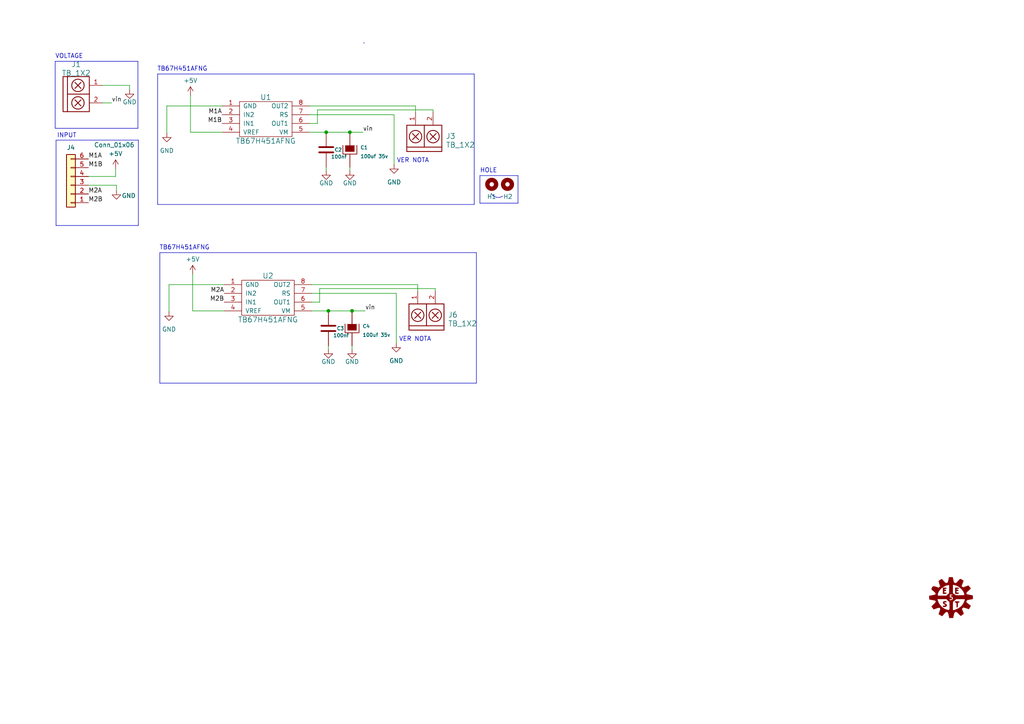
<source format=kicad_sch>
(kicad_sch (version 20230121) (generator eeschema)

  (uuid 517a015c-3ab6-4857-bbce-7116ff4e7b43)

  (paper "A4")

  (title_block
    (company "BIG CARPINCHO CORPORATION")
  )

  (lib_symbols
    (symbol "EEST5:C" (pin_numbers hide) (pin_names (offset 0.254)) (in_bom yes) (on_board yes)
      (property "Reference" "C" (at 0 2.54 0)
        (effects (font (size 1.016 1.016)) (justify left))
      )
      (property "Value" "C" (at 0.1524 -2.159 0)
        (effects (font (size 1.016 1.016)) (justify left))
      )
      (property "Footprint" "" (at 0.9652 -3.81 0)
        (effects (font (size 0.762 0.762)))
      )
      (property "Datasheet" "" (at 0 0 0)
        (effects (font (size 1.524 1.524)))
      )
      (property "ki_fp_filters" "C*" (at 0 0 0)
        (effects (font (size 1.27 1.27)) hide)
      )
      (symbol "C_0_1"
        (polyline
          (pts
            (xy -2.032 -0.762)
            (xy 2.032 -0.762)
          )
          (stroke (width 0.508) (type solid))
          (fill (type none))
        )
        (polyline
          (pts
            (xy -2.032 0.762)
            (xy 2.032 0.762)
          )
          (stroke (width 0.508) (type solid))
          (fill (type none))
        )
      )
      (symbol "C_1_1"
        (pin passive line (at 0 5.08 270) (length 4.318)
          (name "~" (effects (font (size 1.016 1.016))))
          (number "1" (effects (font (size 1.016 1.016))))
        )
        (pin passive line (at 0 -5.08 90) (length 4.318)
          (name "~" (effects (font (size 1.016 1.016))))
          (number "2" (effects (font (size 1.016 1.016))))
        )
      )
    )
    (symbol "EEST5:CAPAPOL" (pin_numbers hide) (pin_names (offset 0.254) hide) (in_bom yes) (on_board yes)
      (property "Reference" "C" (at 1.27 2.54 0)
        (effects (font (size 1.016 1.016)) (justify left))
      )
      (property "Value" "CAPAPOL" (at 1.27 -2.54 0)
        (effects (font (size 1.016 1.016)) (justify left))
      )
      (property "Footprint" "" (at 2.54 -3.81 0)
        (effects (font (size 0.762 0.762)))
      )
      (property "Datasheet" "" (at 0 0 0)
        (effects (font (size 7.62 7.62)))
      )
      (property "ki_fp_filters" "CP* CAP* CPOL*" (at 0 0 0)
        (effects (font (size 1.27 1.27)) hide)
      )
      (symbol "CAPAPOL_0_1"
        (polyline
          (pts
            (xy -2.032 1.27)
            (xy -2.032 -1.27)
            (xy 2.032 -1.27)
            (xy 2.032 1.27)
          )
          (stroke (width 0.2032) (type solid))
          (fill (type none))
        )
        (polyline
          (pts
            (xy -1.27 1.27)
            (xy -1.27 -0.508)
            (xy 1.27 -0.508)
            (xy 1.27 1.27)
          )
          (stroke (width 0) (type solid))
          (fill (type outline))
        )
      )
      (symbol "CAPAPOL_1_1"
        (pin passive line (at 0 5.08 270) (length 3.81)
          (name "~" (effects (font (size 1.016 1.016))))
          (number "1" (effects (font (size 1.016 1.016))))
        )
        (pin passive line (at 0 -5.08 90) (length 3.81)
          (name "~" (effects (font (size 1.016 1.016))))
          (number "2" (effects (font (size 1.016 1.016))))
        )
      )
    )
    (symbol "EEST5:Conn_01x06" (pin_names (offset 1.016) hide) (in_bom yes) (on_board yes)
      (property "Reference" "J" (at 0 7.62 0)
        (effects (font (size 1.27 1.27)))
      )
      (property "Value" "Conn_01x06" (at 0 -10.16 0)
        (effects (font (size 1.27 1.27)))
      )
      (property "Footprint" "" (at 0 0 0)
        (effects (font (size 1.27 1.27)) hide)
      )
      (property "Datasheet" "~" (at 0 0 0)
        (effects (font (size 1.27 1.27)) hide)
      )
      (property "ki_keywords" "connector" (at 0 0 0)
        (effects (font (size 1.27 1.27)) hide)
      )
      (property "ki_description" "Generic connector, single row, 01x06" (at 0 0 0)
        (effects (font (size 1.27 1.27)) hide)
      )
      (property "ki_fp_filters" "pin* header*" (at 0 0 0)
        (effects (font (size 1.27 1.27)) hide)
      )
      (symbol "Conn_01x06_1_1"
        (rectangle (start -1.27 -7.493) (end 0 -7.747)
          (stroke (width 0.1524) (type solid))
          (fill (type none))
        )
        (rectangle (start -1.27 -4.953) (end 0 -5.207)
          (stroke (width 0.1524) (type solid))
          (fill (type none))
        )
        (rectangle (start -1.27 -2.413) (end 0 -2.667)
          (stroke (width 0.1524) (type solid))
          (fill (type none))
        )
        (rectangle (start -1.27 0.127) (end 0 -0.127)
          (stroke (width 0.1524) (type solid))
          (fill (type none))
        )
        (rectangle (start -1.27 2.667) (end 0 2.413)
          (stroke (width 0.1524) (type solid))
          (fill (type none))
        )
        (rectangle (start -1.27 5.207) (end 0 4.953)
          (stroke (width 0.1524) (type solid))
          (fill (type none))
        )
        (rectangle (start -1.27 6.35) (end 1.27 -8.89)
          (stroke (width 0.254) (type solid))
          (fill (type background))
        )
        (pin passive line (at -5.08 5.08 0) (length 3.81)
          (name "Pin_1" (effects (font (size 1.27 1.27))))
          (number "1" (effects (font (size 1.27 1.27))))
        )
        (pin passive line (at -5.08 2.54 0) (length 3.81)
          (name "Pin_2" (effects (font (size 1.27 1.27))))
          (number "2" (effects (font (size 1.27 1.27))))
        )
        (pin passive line (at -5.08 0 0) (length 3.81)
          (name "Pin_3" (effects (font (size 1.27 1.27))))
          (number "3" (effects (font (size 1.27 1.27))))
        )
        (pin passive line (at -5.08 -2.54 0) (length 3.81)
          (name "Pin_4" (effects (font (size 1.27 1.27))))
          (number "4" (effects (font (size 1.27 1.27))))
        )
        (pin passive line (at -5.08 -5.08 0) (length 3.81)
          (name "Pin_5" (effects (font (size 1.27 1.27))))
          (number "5" (effects (font (size 1.27 1.27))))
        )
        (pin passive line (at -5.08 -7.62 0) (length 3.81)
          (name "Pin_6" (effects (font (size 1.27 1.27))))
          (number "6" (effects (font (size 1.27 1.27))))
        )
      )
    )
    (symbol "EEST5:LOGO_ROTULO" (pin_names (offset 1.016)) (in_bom yes) (on_board yes)
      (property "Reference" "#G" (at 0 -5.6388 0)
        (effects (font (size 1.524 1.524)) hide)
      )
      (property "Value" "LOGO_ROTULO" (at 0 5.6388 0)
        (effects (font (size 1.524 1.524)) hide)
      )
      (property "Footprint" "" (at 0 0 0)
        (effects (font (size 1.524 1.524)) hide)
      )
      (property "Datasheet" "" (at 0 0 0)
        (effects (font (size 1.524 1.524)) hide)
      )
      (symbol "LOGO_ROTULO_0_0"
        (polyline
          (pts
            (xy 1.8034 -2.921)
            (xy 1.8796 -2.8194)
            (xy 1.905 -2.6162)
            (xy 1.9304 -2.2352)
            (xy 1.9304 -1.7272)
            (xy 1.9558 -1.5748)
            (xy 2.032 -1.524)
            (xy 2.1844 -1.524)
            (xy 2.3368 -1.4732)
            (xy 2.4384 -1.3716)
            (xy 2.413 -1.3208)
            (xy 2.3368 -1.2446)
            (xy 2.1336 -1.2192)
            (xy 1.2954 -1.2192)
            (xy 1.143 -1.27)
            (xy 1.1176 -1.3716)
            (xy 1.143 -1.4478)
            (xy 1.3716 -1.524)
            (xy 1.4224 -1.524)
            (xy 1.524 -1.5494)
            (xy 1.5748 -1.6256)
            (xy 1.6002 -1.8542)
            (xy 1.6256 -2.2352)
            (xy 1.6256 -2.7432)
            (xy 1.6764 -2.8956)
            (xy 1.778 -2.9464)
            (xy 1.8034 -2.921)
          )
          (stroke (width 0.0254) (type solid))
          (fill (type outline))
        )
        (polyline
          (pts
            (xy -1.5748 1.0414)
            (xy -1.397 1.0922)
            (xy -1.3208 1.1684)
            (xy -1.3462 1.1938)
            (xy -1.4224 1.2954)
            (xy -1.6764 1.3208)
            (xy -1.905 1.3462)
            (xy -2.0066 1.4224)
            (xy -2.032 1.5748)
            (xy -2.032 1.7018)
            (xy -1.9558 1.8034)
            (xy -1.7272 1.8288)
            (xy -1.524 1.8796)
            (xy -1.4224 1.9812)
            (xy -1.4986 2.1082)
            (xy -1.7272 2.1336)
            (xy -1.9558 2.1844)
            (xy -2.032 2.286)
            (xy -2.032 2.3114)
            (xy -1.9558 2.413)
            (xy -1.6764 2.4384)
            (xy -1.651 2.4638)
            (xy -1.4224 2.4892)
            (xy -1.3208 2.5908)
            (xy -1.3716 2.6924)
            (xy -1.524 2.7432)
            (xy -2.3368 2.7432)
            (xy -2.3368 1.016)
            (xy -1.8288 1.016)
            (xy -1.5748 1.0414)
          )
          (stroke (width 0.0254) (type solid))
          (fill (type outline))
        )
        (polyline
          (pts
            (xy 1.9812 1.0414)
            (xy 2.159 1.0922)
            (xy 2.2352 1.1684)
            (xy 2.2098 1.1938)
            (xy 2.1336 1.2954)
            (xy 1.8796 1.3208)
            (xy 1.651 1.3462)
            (xy 1.5494 1.4224)
            (xy 1.524 1.5748)
            (xy 1.524 1.7018)
            (xy 1.6002 1.8034)
            (xy 1.8288 1.8288)
            (xy 2.032 1.8796)
            (xy 2.1336 1.9812)
            (xy 2.0574 2.1082)
            (xy 1.8288 2.1336)
            (xy 1.6002 2.1844)
            (xy 1.524 2.286)
            (xy 1.524 2.3114)
            (xy 1.6002 2.413)
            (xy 1.8796 2.4384)
            (xy 1.905 2.4638)
            (xy 2.1336 2.4892)
            (xy 2.2352 2.5908)
            (xy 2.1844 2.6924)
            (xy 2.032 2.7432)
            (xy 1.2192 2.7432)
            (xy 1.2192 1.016)
            (xy 1.7272 1.016)
            (xy 1.9812 1.0414)
          )
          (stroke (width 0.0254) (type solid))
          (fill (type outline))
        )
        (polyline
          (pts
            (xy -1.6256 -2.7686)
            (xy -1.4224 -2.667)
            (xy -1.27 -2.4892)
            (xy -1.2446 -2.2606)
            (xy -1.397 -2.0066)
            (xy -1.778 -1.778)
            (xy -1.905 -1.6764)
            (xy -2.032 -1.524)
            (xy -2.032 -1.4478)
            (xy -1.9304 -1.4224)
            (xy -1.4732 -1.4732)
            (xy -1.3716 -1.4478)
            (xy -1.3462 -1.3208)
            (xy -1.4732 -1.1684)
            (xy -1.7272 -1.1176)
            (xy -1.9812 -1.143)
            (xy -2.1844 -1.27)
            (xy -2.2606 -1.3208)
            (xy -2.3368 -1.5748)
            (xy -2.2352 -1.8288)
            (xy -1.9304 -2.032)
            (xy -1.6764 -2.2098)
            (xy -1.6002 -2.3368)
            (xy -1.6764 -2.4384)
            (xy -1.9558 -2.4638)
            (xy -1.9812 -2.4638)
            (xy -2.2606 -2.4892)
            (xy -2.3622 -2.6162)
            (xy -2.286 -2.7686)
            (xy -2.159 -2.8194)
            (xy -1.905 -2.8194)
            (xy -1.6256 -2.7686)
          )
          (stroke (width 0.0254) (type solid))
          (fill (type outline))
        )
        (polyline
          (pts
            (xy 0.762 -5.1816)
            (xy 0.8128 -4.953)
            (xy 0.9144 -4.6228)
            (xy 0.9906 -4.445)
            (xy 1.0922 -4.318)
            (xy 1.2446 -4.2418)
            (xy 1.3716 -4.2164)
            (xy 1.524 -4.2164)
            (xy 1.6764 -4.2926)
            (xy 1.8796 -4.4704)
            (xy 2.794 -5.3848)
            (xy 3.2258 -5.1054)
            (xy 3.3782 -5.0038)
            (xy 3.556 -4.8514)
            (xy 3.6576 -4.7498)
            (xy 3.6068 -4.6482)
            (xy 3.5306 -4.4196)
            (xy 3.4036 -4.0894)
            (xy 3.302 -3.8862)
            (xy 3.175 -3.5814)
            (xy 3.1496 -3.3782)
            (xy 3.2004 -3.2258)
            (xy 3.429 -2.9972)
            (xy 3.556 -2.9464)
            (xy 3.7084 -2.9718)
            (xy 3.9624 -3.0226)
            (xy 4.3688 -3.1496)
            (xy 5.1562 -3.429)
            (xy 5.4102 -2.9718)
            (xy 5.5118 -2.8194)
            (xy 5.6388 -2.5908)
            (xy 5.6896 -2.4892)
            (xy 5.6642 -2.4892)
            (xy 5.5626 -2.3622)
            (xy 5.3086 -2.1844)
            (xy 5.0038 -1.9558)
            (xy 4.6736 -1.6764)
            (xy 4.445 -1.4732)
            (xy 4.3942 -1.3208)
            (xy 4.4196 -1.27)
            (xy 4.4704 -1.0922)
            (xy 4.572 -0.9144)
            (xy 4.7752 -0.762)
            (xy 5.0292 -0.7112)
            (xy 5.1308 -0.6858)
            (xy 5.4356 -0.6604)
            (xy 5.7658 -0.5842)
            (xy 6.2992 -0.4826)
            (xy 6.2992 0.0254)
            (xy 6.2738 0.0508)
            (xy 6.2738 0.3048)
            (xy 6.223 0.4572)
            (xy 6.096 0.5588)
            (xy 5.842 0.6096)
            (xy 5.4356 0.6604)
            (xy 5.1054 0.7112)
            (xy 4.7752 0.7874)
            (xy 4.572 0.8382)
            (xy 4.4704 0.9398)
            (xy 4.4196 1.0922)
            (xy 4.4196 1.2446)
            (xy 4.5212 1.397)
            (xy 4.699 1.6256)
            (xy 5.0292 1.905)
            (xy 5.1562 2.0066)
            (xy 5.6134 2.4638)
            (xy 5.6642 2.54)
            (xy 5.6642 2.5908)
            (xy 5.5372 2.7686)
            (xy 5.334 2.9972)
            (xy 5.0292 3.3782)
            (xy 3.4544 2.8194)
            (xy 3.2258 3.0226)
            (xy 2.9972 3.2512)
            (xy 3.302 3.9878)
            (xy 3.3274 4.0894)
            (xy 3.4544 4.4196)
            (xy 3.556 4.6736)
            (xy 3.5814 4.7752)
            (xy 3.5052 4.8514)
            (xy 3.302 4.9784)
            (xy 3.048 5.1308)
            (xy 2.8448 5.2324)
            (xy 2.7178 5.2832)
            (xy 2.6924 5.2832)
            (xy 2.5908 5.2324)
            (xy 2.4384 5.1054)
            (xy 2.2098 4.8768)
            (xy 1.8796 4.4958)
            (xy 1.524 4.1402)
            (xy 1.3716 4.0894)
            (xy 1.143 4.1148)
            (xy 0.889 4.2164)
            (xy 0.7874 4.3434)
            (xy 0.7366 4.5974)
            (xy 0.635 5.0038)
            (xy 0.4572 5.7912)
            (xy -0.5842 5.7912)
            (xy -0.7112 5.1054)
            (xy -0.8128 4.699)
            (xy -0.889 4.4196)
            (xy -0.9652 4.2418)
            (xy -1.0922 4.1656)
            (xy -1.2954 4.1148)
            (xy -1.524 4.1148)
            (xy -1.6764 4.191)
            (xy -1.8796 4.3688)
            (xy -2.1336 4.6736)
            (xy -2.6924 5.2832)
            (xy -3.0988 5.0546)
            (xy -3.2258 4.953)
            (xy -3.4544 4.8006)
            (xy -3.556 4.6736)
            (xy -3.5306 4.5212)
            (xy -3.4544 4.2164)
            (xy -3.3528 3.8608)
            (xy -3.1242 3.175)
            (xy -3.3528 2.9464)
            (xy -3.556 2.7178)
            (xy -4.0386 2.8956)
            (xy -4.572 3.0734)
            (xy -4.9022 3.1496)
            (xy -5.0546 3.1496)
            (xy -5.2324 3.1242)
            (xy -5.3594 3.0226)
            (xy -5.5118 2.7432)
            (xy -5.5626 2.6162)
            (xy -5.6388 2.3876)
            (xy -5.6388 2.2606)
            (xy -5.5118 2.1336)
            (xy -5.2832 1.9558)
            (xy -4.9784 1.7018)
            (xy -4.7752 1.524)
            (xy -4.5466 1.3208)
            (xy -4.4704 1.143)
            (xy -4.445 0.9906)
            (xy -4.4704 0.889)
            (xy -4.5212 0.8128)
            (xy -4.6228 0.7366)
            (xy -4.826 0.6858)
            (xy -5.1562 0.6096)
            (xy -5.6388 0.508)
            (xy -6.1722 0.4064)
            (xy -3.8608 0.4064)
            (xy -3.8608 0.7874)
            (xy -3.8354 1.1176)
            (xy -3.6068 1.6256)
            (xy -3.2512 2.159)
            (xy -2.7686 2.6416)
            (xy -2.6416 2.7432)
            (xy -2.159 3.048)
            (xy -1.651 3.3274)
            (xy -1.1684 3.5052)
            (xy -0.762 3.556)
            (xy -0.508 3.556)
            (xy -0.508 1.1938)
            (xy -0.5588 1.143)
            (xy 0.508 1.143)
            (xy 0.508 3.429)
            (xy 0.5588 3.5814)
            (xy 0.6096 3.6322)
            (xy 0.6858 3.6322)
            (xy 0.9144 3.5814)
            (xy 1.1938 3.5052)
            (xy 1.3462 3.4798)
            (xy 1.9304 3.2512)
            (xy 2.4892 2.8702)
            (xy 2.9972 2.413)
            (xy 3.429 1.905)
            (xy 3.7338 1.3716)
            (xy 3.8608 0.8636)
            (xy 3.9116 0.5588)
            (xy 2.5654 0.5334)
            (xy 2.0066 0.5334)
            (xy 1.5748 0.5588)
            (xy 1.2954 0.5842)
            (xy 1.2192 0.6096)
            (xy 1.0668 0.762)
            (xy 0.8636 0.9144)
            (xy 0.508 1.143)
            (xy -0.5588 1.143)
            (xy -0.9398 0.8128)
            (xy -1.3716 0.4064)
            (xy -3.8608 0.4064)
            (xy -6.1722 0.4064)
            (xy -6.3246 0.381)
            (xy -6.2992 -0.127)
            (xy -6.2738 -0.508)
            (xy -3.9878 -0.508)
            (xy -1.3208 -0.508)
            (xy -1.1938 -0.6604)
            (xy -0.508 -0.6604)
            (xy -0.4318 -0.5588)
            (xy -0.127 -0.5334)
            (xy 0.0762 -0.5334)
            (xy 0.2032 -0.4826)
            (xy 0.254 -0.3556)
            (xy 0.2286 -0.2794)
            (xy 0.1524 -0.1524)
            (xy -0.0762 -0.1016)
            (xy -0.2032 -0.1016)
            (xy -0.3556 -0.0508)
            (xy -0.4064 0.1016)
            (xy -0.4064 0.8128)
            (xy 0.2286 0.8128)
            (xy 0.4318 0.762)
            (xy 0.508 0.6604)
            (xy 0.4318 0.5588)
            (xy 0.2032 0.508)
            (xy 0 0.4826)
            (xy -0.1016 0.4064)
            (xy -0.0254 0.2794)
            (xy 0.2286 0.1524)
            (xy 0.3556 0.127)
            (xy 0.508 -0.0254)
            (xy 0.5842 -0.254)
            (xy 0.5842 -0.2794)
            (xy 0.5588 -0.5588)
            (xy 0.381 -0.7366)
            (xy 0.3302 -0.762)
            (xy 0.0508 -0.8636)
            (xy -0.2286 -0.889)
            (xy -0.4318 -0.8128)
            (xy -0.508 -0.6604)
            (xy -1.1938 -0.6604)
            (xy -1.016 -0.8636)
            (xy -0.9144 -0.9652)
            (xy -0.7112 -1.143)
            (xy -0.5588 -1.2192)
            (xy -0.508 -1.2192)
            (xy -0.4572 -1.3462)
            (xy -0.4318 -1.5494)
            (xy -0.4318 -1.9304)
            (xy -0.4318 -2.032)
            (xy 0.508 -2.032)
            (xy 0.5334 -1.5748)
            (xy 0.5588 -1.2954)
            (xy 0.5842 -1.2192)
            (xy 0.6604 -1.1938)
            (xy 0.8382 -1.0414)
            (xy 1.0922 -0.8636)
            (xy 1.4732 -0.508)
            (xy 4.064 -0.508)
            (xy 3.9878 -0.8382)
            (xy 3.9878 -0.889)
            (xy 3.81 -1.3462)
            (xy 3.556 -1.8542)
            (xy 3.2258 -2.3368)
            (xy 2.921 -2.667)
            (xy 2.6924 -2.8448)
            (xy 2.3114 -3.1242)
            (xy 1.9304 -3.3274)
            (xy 1.6256 -3.4798)
            (xy 1.2192 -3.6322)
            (xy 0.9144 -3.7338)
            (xy 0.508 -3.8354)
            (xy 0.508 -2.032)
            (xy -0.4318 -2.032)
            (xy -0.4064 -2.4892)
            (xy -0.4064 -2.8448)
            (xy -0.4318 -3.302)
            (xy -0.4572 -3.5814)
            (xy -0.5588 -3.7084)
            (xy -0.7366 -3.7592)
            (xy -0.9906 -3.683)
            (xy -1.3716 -3.5814)
            (xy -1.9304 -3.3528)
            (xy -2.6162 -2.8956)
            (xy -3.175 -2.286)
            (xy -3.6322 -1.5748)
            (xy -3.9116 -0.7874)
            (xy -3.9878 -0.508)
            (xy -6.2738 -0.508)
            (xy -6.2484 -0.635)
            (xy -5.3848 -0.7874)
            (xy -5.0546 -0.8382)
            (xy -4.7498 -0.9144)
            (xy -4.572 -0.9652)
            (xy -4.4704 -1.0668)
            (xy -4.4196 -1.1938)
            (xy -4.4196 -1.3716)
            (xy -4.4958 -1.524)
            (xy -4.6736 -1.7272)
            (xy -4.9784 -2.032)
            (xy -5.08 -2.1082)
            (xy -5.5372 -2.5654)
            (xy -5.6134 -2.6924)
            (xy -5.588 -2.7178)
            (xy -5.4864 -2.8956)
            (xy -5.3086 -3.1242)
            (xy -5.0292 -3.4798)
            (xy -4.2164 -3.2004)
            (xy -3.8608 -3.0734)
            (xy -3.6068 -2.9972)
            (xy -3.429 -2.9972)
            (xy -3.3274 -3.0226)
            (xy -3.2258 -3.1242)
            (xy -3.1496 -3.2258)
            (xy -3.0988 -3.3274)
            (xy -3.0988 -3.4798)
            (xy -3.175 -3.7084)
            (xy -3.302 -4.1148)
            (xy -3.3528 -4.2418)
            (xy -3.4544 -4.572)
            (xy -3.5306 -4.826)
            (xy -3.5306 -4.9276)
            (xy -3.5052 -4.953)
            (xy -3.302 -5.0546)
            (xy -3.048 -5.207)
            (xy -2.5654 -5.461)
            (xy -2.0574 -4.826)
            (xy -1.7526 -4.4958)
            (xy -1.524 -4.318)
            (xy -1.3462 -4.2418)
            (xy -1.1684 -4.2418)
            (xy -1.016 -4.2926)
            (xy -0.9144 -4.3942)
            (xy -0.8128 -4.5974)
            (xy -0.7112 -4.9276)
            (xy -0.6096 -5.4102)
            (xy -0.508 -5.9944)
            (xy 0.5842 -5.9944)
            (xy 0.762 -5.1816)
          )
          (stroke (width 0.0254) (type solid))
          (fill (type outline))
        )
      )
    )
    (symbol "EEST5:Mounting_Hole" (pin_names (offset 1.016)) (in_bom yes) (on_board yes)
      (property "Reference" "H" (at 0 5.08 0)
        (effects (font (size 1.27 1.27)))
      )
      (property "Value" "Mounting_Hole" (at 0 3.175 0)
        (effects (font (size 1.27 1.27)) hide)
      )
      (property "Footprint" "" (at 0 0 0)
        (effects (font (size 1.524 1.524)) hide)
      )
      (property "Datasheet" "" (at 0 0 0)
        (effects (font (size 1.524 1.524)) hide)
      )
      (property "ki_keywords" "mounting hole" (at 0 0 0)
        (effects (font (size 1.27 1.27)) hide)
      )
      (property "ki_description" "Mounting Hole without connection" (at 0 0 0)
        (effects (font (size 1.27 1.27)) hide)
      )
      (property "ki_fp_filters" "hole* Logo* PAD* Separador* Cable*" (at 0 0 0)
        (effects (font (size 1.27 1.27)) hide)
      )
      (symbol "Mounting_Hole_0_1"
        (circle (center 0 0) (radius 1.27)
          (stroke (width 1.27) (type solid))
          (fill (type none))
        )
      )
    )
    (symbol "EEST5:TB_1X2" (pin_names (offset 1.016)) (in_bom yes) (on_board yes)
      (property "Reference" "J" (at 0 7.62 0)
        (effects (font (size 1.524 1.524)))
      )
      (property "Value" "TB_1X2" (at 1.27 -7.62 0)
        (effects (font (size 1.524 1.524)))
      )
      (property "Footprint" "" (at -1.27 1.27 0)
        (effects (font (size 1.524 1.524)))
      )
      (property "Datasheet" "" (at -1.27 1.27 0)
        (effects (font (size 1.524 1.524)))
      )
      (property "ki_fp_filters" "BORNERA* TB*" (at 0 0 0)
        (effects (font (size 1.27 1.27)) hide)
      )
      (symbol "TB_1X2_0_1"
        (rectangle (start -2.54 5.08) (end 5.08 -5.08)
          (stroke (width 0.254) (type solid))
          (fill (type none))
        )
        (polyline
          (pts
            (xy -1.27 0)
            (xy 5.08 0)
          )
          (stroke (width 0.254) (type solid))
          (fill (type none))
        )
        (polyline
          (pts
            (xy -1.27 5.08)
            (xy -1.27 -5.08)
          )
          (stroke (width 0.254) (type solid))
          (fill (type none))
        )
        (polyline
          (pts
            (xy 0.889 -3.429)
            (xy 2.667 -1.651)
          )
          (stroke (width 0.254) (type solid))
          (fill (type none))
        )
        (polyline
          (pts
            (xy 0.889 -1.651)
            (xy 2.667 -3.429)
          )
          (stroke (width 0.254) (type solid))
          (fill (type none))
        )
        (polyline
          (pts
            (xy 0.889 1.651)
            (xy 2.667 3.429)
          )
          (stroke (width 0.254) (type solid))
          (fill (type none))
        )
        (polyline
          (pts
            (xy 0.889 3.429)
            (xy 2.667 1.651)
          )
          (stroke (width 0.254) (type solid))
          (fill (type none))
        )
        (circle (center 1.778 -2.54) (radius 1.8034)
          (stroke (width 0.254) (type solid))
          (fill (type none))
        )
        (circle (center 1.778 2.54) (radius 1.8034)
          (stroke (width 0.254) (type solid))
          (fill (type none))
        )
      )
      (symbol "TB_1X2_1_1"
        (pin input line (at 8.89 2.54 180) (length 3.81)
          (name "~" (effects (font (size 1.27 1.27))))
          (number "1" (effects (font (size 1.27 1.27))))
        )
        (pin input line (at 8.89 -2.54 180) (length 3.81)
          (name "~" (effects (font (size 1.27 1.27))))
          (number "2" (effects (font (size 1.27 1.27))))
        )
      )
    )
    (symbol "TB67H451AFNG:DRV8872-EESTN51_1" (pin_names (offset 1.016)) (in_bom yes) (on_board yes)
      (property "Reference" "U1" (at 0 6.35 0)
        (effects (font (size 1.524 1.524)))
      )
      (property "Value" "TB67H451AFNG" (at 0 -7.62 0)
        (effects (font (size 1.524 1.524)))
      )
      (property "Footprint" "EESTN5-v2:SSOP-8_disipa" (at 0 -6.35 0)
        (effects (font (size 1.524 1.524)) hide)
      )
      (property "Datasheet" "" (at 0 -6.35 0)
        (effects (font (size 1.524 1.524)) hide)
      )
      (property "ki_fp_filters" "SSOP8 SSOP-8" (at 0 0 0)
        (effects (font (size 1.27 1.27)) hide)
      )
      (symbol "DRV8872-EESTN51_1_0_1"
        (rectangle (start -7.62 5.08) (end 7.62 -5.08)
          (stroke (width 0) (type default))
          (fill (type none))
        )
      )
      (symbol "DRV8872-EESTN51_1_1_1"
        (pin passive line (at -12.7 3.81 0) (length 5.08)
          (name "GND" (effects (font (size 1.27 1.27))))
          (number "1" (effects (font (size 1.27 1.27))))
        )
        (pin passive line (at -12.7 1.27 0) (length 5.08)
          (name "IN2" (effects (font (size 1.27 1.27))))
          (number "2" (effects (font (size 1.27 1.27))))
        )
        (pin passive line (at -12.7 -1.27 0) (length 5.08)
          (name "IN1" (effects (font (size 1.27 1.27))))
          (number "3" (effects (font (size 1.27 1.27))))
        )
        (pin passive line (at -12.7 -3.81 0) (length 5.08)
          (name "VREF" (effects (font (size 1.27 1.27))))
          (number "4" (effects (font (size 1.27 1.27))))
        )
        (pin passive line (at 12.7 -3.81 180) (length 5.08)
          (name "VM" (effects (font (size 1.27 1.27))))
          (number "5" (effects (font (size 1.27 1.27))))
        )
        (pin passive line (at 12.7 -1.27 180) (length 5.08)
          (name "OUT1" (effects (font (size 1.27 1.27))))
          (number "6" (effects (font (size 1.27 1.27))))
        )
        (pin passive line (at 12.7 1.27 180) (length 5.08)
          (name "RS" (effects (font (size 1.27 1.27))))
          (number "7" (effects (font (size 1.27 1.27))))
        )
        (pin passive line (at 12.7 3.81 180) (length 5.08)
          (name "OUT2" (effects (font (size 1.27 1.27))))
          (number "8" (effects (font (size 1.27 1.27))))
        )
      )
    )
    (symbol "power:+5V" (power) (pin_names (offset 0)) (in_bom yes) (on_board yes)
      (property "Reference" "#PWR" (at 0 -3.81 0)
        (effects (font (size 1.27 1.27)) hide)
      )
      (property "Value" "+5V" (at 0 3.556 0)
        (effects (font (size 1.27 1.27)))
      )
      (property "Footprint" "" (at 0 0 0)
        (effects (font (size 1.27 1.27)) hide)
      )
      (property "Datasheet" "" (at 0 0 0)
        (effects (font (size 1.27 1.27)) hide)
      )
      (property "ki_keywords" "global power" (at 0 0 0)
        (effects (font (size 1.27 1.27)) hide)
      )
      (property "ki_description" "Power symbol creates a global label with name \"+5V\"" (at 0 0 0)
        (effects (font (size 1.27 1.27)) hide)
      )
      (symbol "+5V_0_1"
        (polyline
          (pts
            (xy -0.762 1.27)
            (xy 0 2.54)
          )
          (stroke (width 0) (type default))
          (fill (type none))
        )
        (polyline
          (pts
            (xy 0 0)
            (xy 0 2.54)
          )
          (stroke (width 0) (type default))
          (fill (type none))
        )
        (polyline
          (pts
            (xy 0 2.54)
            (xy 0.762 1.27)
          )
          (stroke (width 0) (type default))
          (fill (type none))
        )
      )
      (symbol "+5V_1_1"
        (pin power_in line (at 0 0 90) (length 0) hide
          (name "+5V" (effects (font (size 1.27 1.27))))
          (number "1" (effects (font (size 1.27 1.27))))
        )
      )
    )
    (symbol "power:GND" (power) (pin_names (offset 0)) (in_bom yes) (on_board yes)
      (property "Reference" "#PWR" (at 0 -6.35 0)
        (effects (font (size 1.27 1.27)) hide)
      )
      (property "Value" "GND" (at 0 -3.81 0)
        (effects (font (size 1.27 1.27)))
      )
      (property "Footprint" "" (at 0 0 0)
        (effects (font (size 1.27 1.27)) hide)
      )
      (property "Datasheet" "" (at 0 0 0)
        (effects (font (size 1.27 1.27)) hide)
      )
      (property "ki_keywords" "global power" (at 0 0 0)
        (effects (font (size 1.27 1.27)) hide)
      )
      (property "ki_description" "Power symbol creates a global label with name \"GND\" , ground" (at 0 0 0)
        (effects (font (size 1.27 1.27)) hide)
      )
      (symbol "GND_0_1"
        (polyline
          (pts
            (xy 0 0)
            (xy 0 -1.27)
            (xy 1.27 -1.27)
            (xy 0 -2.54)
            (xy -1.27 -1.27)
            (xy 0 -1.27)
          )
          (stroke (width 0) (type default))
          (fill (type none))
        )
      )
      (symbol "GND_1_1"
        (pin power_in line (at 0 0 270) (length 0) hide
          (name "GND" (effects (font (size 1.27 1.27))))
          (number "1" (effects (font (size 1.27 1.27))))
        )
      )
    )
  )

  (junction (at 95.25 90.17) (diameter 0) (color 0 0 0 0)
    (uuid 2f421120-344a-428b-9e28-616a0cacd548)
  )
  (junction (at 94.615 38.354) (diameter 0) (color 0 0 0 0)
    (uuid 33d1726a-e918-48bc-ba20-2208942cd6ea)
  )
  (junction (at 102.108 90.17) (diameter 0) (color 0 0 0 0)
    (uuid 3a151eef-fa34-461c-9b67-e49268a55e26)
  )
  (junction (at 101.473 38.354) (diameter 0) (color 0 0 0 0)
    (uuid 3fefbef2-0e72-4df4-8ea0-30485b950cae)
  )

  (wire (pts (xy 114.3 33.274) (xy 114.3 47.752))
    (stroke (width 0) (type default))
    (uuid 01aa1ff8-6117-432f-a29e-66c9e7bd2b1f)
  )
  (polyline (pts (xy 45.72 21.463) (xy 45.72 59.309))
    (stroke (width 0) (type default))
    (uuid 06f41bfe-83c0-42df-9453-0e980baa33d2)
  )

  (wire (pts (xy 101.473 49.53) (xy 101.473 48.514))
    (stroke (width 0) (type default))
    (uuid 09e3d0ee-6ea7-4083-ad72-a47534a29ca2)
  )
  (wire (pts (xy 95.25 101.346) (xy 95.25 100.33))
    (stroke (width 0) (type default))
    (uuid 0b48bd09-db10-4342-9655-c709035f3558)
  )
  (wire (pts (xy 126.238 83.693) (xy 126.238 84.328))
    (stroke (width 0) (type default))
    (uuid 0c890d91-b1c5-41e9-be17-703b16399b75)
  )
  (wire (pts (xy 101.473 38.354) (xy 105.283 38.354))
    (stroke (width 0) (type default))
    (uuid 11340e48-6190-4211-95ad-1a5c5a4568bc)
  )
  (wire (pts (xy 49.022 82.55) (xy 65.024 82.55))
    (stroke (width 0) (type default))
    (uuid 1366fa0b-5f26-4ea4-8b33-030a63a19e25)
  )
  (wire (pts (xy 92.71 87.63) (xy 90.424 87.63))
    (stroke (width 0) (type default))
    (uuid 19003735-125d-41e0-aca5-aadee159ec19)
  )
  (polyline (pts (xy 16.002 17.78) (xy 16.002 37.211))
    (stroke (width 0) (type default))
    (uuid 21d868c4-a827-4c34-8a3c-4731e672a46b)
  )
  (polyline (pts (xy 137.541 59.309) (xy 45.72 59.309))
    (stroke (width 0) (type default))
    (uuid 2427eee4-b6cb-4b10-a077-1606dd5ac252)
  )

  (wire (pts (xy 49.022 90.424) (xy 49.022 82.55))
    (stroke (width 0) (type default))
    (uuid 24bbe71f-cd51-4860-ad1d-2f99a6ed0990)
  )
  (wire (pts (xy 92.71 83.693) (xy 92.71 87.63))
    (stroke (width 0) (type default))
    (uuid 25990d2a-e26e-49d3-8c26-55e0fb250d85)
  )
  (polyline (pts (xy 138.176 111.125) (xy 46.355 111.125))
    (stroke (width 0) (type default))
    (uuid 277f8f67-9cac-4803-b4b6-4d74b14e8831)
  )

  (wire (pts (xy 33.782 53.721) (xy 33.782 55.245))
    (stroke (width 0) (type default))
    (uuid 28db087b-e1d5-40a4-b8d5-16514a9789c6)
  )
  (wire (pts (xy 55.88 90.17) (xy 65.024 90.17))
    (stroke (width 0) (type default))
    (uuid 29e4a9af-70b4-4047-a617-81698c528702)
  )
  (wire (pts (xy 92.075 31.877) (xy 92.075 35.814))
    (stroke (width 0) (type default))
    (uuid 2b17e453-24d7-413d-9da8-ea32b11d4f1f)
  )
  (wire (pts (xy 120.523 30.734) (xy 120.523 32.512))
    (stroke (width 0) (type default))
    (uuid 2b4cee51-3e09-4707-a00c-dea52e15ee97)
  )
  (wire (pts (xy 48.387 30.734) (xy 64.389 30.734))
    (stroke (width 0) (type default))
    (uuid 3092e33e-799c-460f-a3a1-87ff0864874e)
  )
  (polyline (pts (xy 150.241 58.928) (xy 150.241 50.927))
    (stroke (width 0) (type default))
    (uuid 369c0d83-fc67-42df-8c13-fd0a5a9c351d)
  )
  (polyline (pts (xy 138.176 73.279) (xy 138.176 111.125))
    (stroke (width 0) (type default))
    (uuid 39d5c119-68d5-49cc-899c-cf9beee3c416)
  )

  (wire (pts (xy 25.654 51.181) (xy 33.528 51.181))
    (stroke (width 0) (type default))
    (uuid 3d70389d-c53f-4bd5-8237-fb73ab06cf05)
  )
  (wire (pts (xy 48.387 38.608) (xy 48.387 30.734))
    (stroke (width 0) (type default))
    (uuid 410ece57-4bed-48d7-9e23-1648e78b1234)
  )
  (polyline (pts (xy 46.355 73.279) (xy 46.355 111.125))
    (stroke (width 0) (type default))
    (uuid 4352b728-e612-4d03-b0d3-4b6bde31b369)
  )

  (wire (pts (xy 94.615 49.53) (xy 94.615 48.514))
    (stroke (width 0) (type default))
    (uuid 4501bd51-6d5e-4dbc-9066-3229d9c77013)
  )
  (polyline (pts (xy 16.002 37.211) (xy 40.005 37.211))
    (stroke (width 0) (type default))
    (uuid 45bd54ea-b6d1-4d4a-8916-efd4c83107c2)
  )
  (polyline (pts (xy 105.41 12.446) (xy 105.664 12.446))
    (stroke (width 0) (type default))
    (uuid 4d7eca07-7307-49d9-8440-d622966d202e)
  )
  (polyline (pts (xy 139.192 50.927) (xy 139.192 58.928))
    (stroke (width 0) (type default))
    (uuid 52ccf45a-2f3e-4192-aacc-211ac96e9c30)
  )

  (wire (pts (xy 55.88 79.502) (xy 55.88 90.17))
    (stroke (width 0) (type default))
    (uuid 5326cb5f-7fce-474a-af6a-177f1a4faa02)
  )
  (wire (pts (xy 95.25 90.17) (xy 102.108 90.17))
    (stroke (width 0) (type default))
    (uuid 567eab42-747a-49a2-9066-daa9d0cd7689)
  )
  (polyline (pts (xy 45.72 21.463) (xy 137.541 21.463))
    (stroke (width 0) (type default))
    (uuid 5d996f60-bcbc-4a30-8fa7-a1883f79af2f)
  )

  (wire (pts (xy 102.108 101.346) (xy 102.108 100.33))
    (stroke (width 0) (type default))
    (uuid 5e09c663-4f7e-40df-917e-6d77152e8726)
  )
  (wire (pts (xy 92.075 35.814) (xy 89.789 35.814))
    (stroke (width 0) (type default))
    (uuid 5ea686aa-410b-496b-ab55-492744fb9d08)
  )
  (wire (pts (xy 25.654 53.721) (xy 33.782 53.721))
    (stroke (width 0) (type default))
    (uuid 76d5bb14-9f22-4acd-8a10-f1676b72db5e)
  )
  (wire (pts (xy 121.158 82.55) (xy 121.158 84.328))
    (stroke (width 0) (type default))
    (uuid 79a104ef-ed50-4a9a-a2c4-0d4186e0077c)
  )
  (polyline (pts (xy 40.005 37.211) (xy 40.005 17.78))
    (stroke (width 0) (type default))
    (uuid 83739008-084c-427c-935e-682498f2263f)
  )
  (polyline (pts (xy 40.132 65.405) (xy 16.256 65.405))
    (stroke (width 0) (type default))
    (uuid 8a754d2b-daa4-4233-8ba1-7c863f229eb9)
  )
  (polyline (pts (xy 40.005 17.78) (xy 16.002 17.78))
    (stroke (width 0) (type default))
    (uuid 8a93cbb6-3032-46d1-8daf-0e58ad1716c2)
  )

  (wire (pts (xy 102.108 90.17) (xy 105.918 90.17))
    (stroke (width 0) (type default))
    (uuid 8d4337dd-3b1c-40d9-8a93-15ff040edb7d)
  )
  (wire (pts (xy 125.603 31.877) (xy 125.603 32.512))
    (stroke (width 0) (type default))
    (uuid 8ff00063-869b-43f3-a59b-773b6abc7303)
  )
  (polyline (pts (xy 137.541 21.463) (xy 137.541 59.309))
    (stroke (width 0) (type default))
    (uuid 935c0069-cfb9-4d33-b482-e3d7bb1c3826)
  )

  (wire (pts (xy 33.528 51.181) (xy 33.528 48.895))
    (stroke (width 0) (type default))
    (uuid 9680f8e1-2877-401e-a8ff-512200170c56)
  )
  (wire (pts (xy 89.789 30.734) (xy 120.523 30.734))
    (stroke (width 0) (type default))
    (uuid 99dc218a-71e4-4e44-bbad-35d86a7272a4)
  )
  (wire (pts (xy 90.424 90.17) (xy 95.25 90.17))
    (stroke (width 0) (type default))
    (uuid 9ea91e40-5b90-4918-a5b7-7949bddf7a65)
  )
  (polyline (pts (xy 40.132 40.64) (xy 40.132 65.405))
    (stroke (width 0) (type default))
    (uuid a298dfec-e9bc-4bbb-a4d5-99bdd9684c6e)
  )
  (polyline (pts (xy 16.256 40.64) (xy 16.256 65.405))
    (stroke (width 0) (type default))
    (uuid a467583e-e375-4bcd-82fa-172b74d78ecf)
  )
  (polyline (pts (xy 139.192 58.928) (xy 150.241 58.928))
    (stroke (width 0) (type default))
    (uuid a565b317-5b97-45c7-96cd-d44ebc5e6867)
  )

  (wire (pts (xy 90.424 85.09) (xy 114.935 85.09))
    (stroke (width 0) (type default))
    (uuid a5c3f13d-2509-44ef-8654-8dd1eec7d77d)
  )
  (polyline (pts (xy 16.256 40.64) (xy 40.132 40.64))
    (stroke (width 0) (type default))
    (uuid a6d12865-16fa-42f3-856f-f20170649492)
  )

  (wire (pts (xy 126.238 83.693) (xy 92.71 83.693))
    (stroke (width 0) (type default))
    (uuid aaebe42e-3e47-4a06-ba1c-c875d7c95887)
  )
  (wire (pts (xy 114.935 85.09) (xy 114.935 99.568))
    (stroke (width 0) (type default))
    (uuid b631363d-1c92-4347-b41e-5a490df68b3d)
  )
  (wire (pts (xy 90.424 82.55) (xy 121.158 82.55))
    (stroke (width 0) (type default))
    (uuid baa311e6-92e0-4007-9c50-600bc3d22cf3)
  )
  (polyline (pts (xy 46.355 73.279) (xy 138.176 73.279))
    (stroke (width 0) (type default))
    (uuid bf7c2f1e-b252-4d79-a52d-088a649959e6)
  )

  (wire (pts (xy 55.245 38.354) (xy 64.389 38.354))
    (stroke (width 0) (type default))
    (uuid c5493d2a-a6a1-4658-a18a-6c200dc454ec)
  )
  (wire (pts (xy 37.592 24.765) (xy 37.592 26.035))
    (stroke (width 0) (type default))
    (uuid c8fd162e-b031-4cc7-a07d-46d56acaaef5)
  )
  (wire (pts (xy 89.789 38.354) (xy 94.615 38.354))
    (stroke (width 0) (type default))
    (uuid cc6cfa68-1ec6-4de0-8cbf-e89dd6f280b6)
  )
  (wire (pts (xy 55.245 27.686) (xy 55.245 38.354))
    (stroke (width 0) (type default))
    (uuid d53ba503-1619-48b0-a934-fabd24d17d9f)
  )
  (wire (pts (xy 125.603 31.877) (xy 92.075 31.877))
    (stroke (width 0) (type default))
    (uuid e339a0e0-d349-421c-90bf-e00cb223c37f)
  )
  (wire (pts (xy 29.718 29.845) (xy 32.385 29.845))
    (stroke (width 0) (type default))
    (uuid e56a8a59-16f8-43dc-a91e-c8dbb057256f)
  )
  (wire (pts (xy 94.615 38.354) (xy 101.473 38.354))
    (stroke (width 0) (type default))
    (uuid ec933568-fbc0-42d0-8c13-75d34fcc97f7)
  )
  (wire (pts (xy 89.789 33.274) (xy 114.3 33.274))
    (stroke (width 0) (type default))
    (uuid ede684ab-9905-4c42-a4f1-8f4aad7d0206)
  )
  (wire (pts (xy 29.718 24.765) (xy 37.592 24.765))
    (stroke (width 0) (type default))
    (uuid efe15803-79f1-4d8e-be75-b89afc253a32)
  )
  (polyline (pts (xy 139.192 50.927) (xy 150.241 50.927))
    (stroke (width 0) (type default))
    (uuid fa706bb9-b3e9-4268-afcc-376709611b8b)
  )

  (arc (start 145.796 56.896) (mid 143.9872 57.1989) (end 142.494 56.134)
    (stroke (width 0) (type default))
    (fill (type none))
    (uuid 32315073-1edc-49d4-b0ab-ccea0ff4c9e7)
  )

  (text "HOLE\n" (at 139.192 50.292 0)
    (effects (font (size 1.27 1.27)) (justify left bottom))
    (uuid 05a55f7d-d5b0-4987-aece-d20c1f59b098)
  )
  (text "VER NOTA\n" (at 115.062 47.371 0)
    (effects (font (size 1.27 1.27)) (justify left bottom))
    (uuid 1bef3257-aff2-4815-88a0-b092e99c5579)
  )
  (text "INPUT\n" (at 16.51 40.132 0)
    (effects (font (size 1.27 1.27)) (justify left bottom))
    (uuid 3e06ae59-05ba-4cdb-9a4f-3c6ceea654ab)
  )
  (text "TB67H451AFNG\n" (at 46.228 72.644 0)
    (effects (font (size 1.27 1.27)) (justify left bottom))
    (uuid 72ae6615-a8fd-473a-a8b4-eb4f7a88ff36)
  )
  (text "VOLTAGE\n" (at 16.002 17.145 0)
    (effects (font (size 1.27 1.27)) (justify left bottom))
    (uuid 76ccc225-2817-4c41-98ea-acc4206b327e)
  )
  (text "TB67H451AFNG\n" (at 45.593 20.828 0)
    (effects (font (size 1.27 1.27)) (justify left bottom))
    (uuid a830354c-a383-4969-9b1c-0eaa496472f4)
  )
  (text "VER NOTA\n" (at 115.697 99.187 0)
    (effects (font (size 1.27 1.27)) (justify left bottom))
    (uuid f3cdf69f-697e-4354-9f71-2bcb81204be6)
  )

  (label "M2A" (at 65.024 85.09 180) (fields_autoplaced)
    (effects (font (size 1.27 1.27)) (justify right bottom))
    (uuid 12ddf47c-c827-4486-9322-d3811bce005b)
  )
  (label "M2B" (at 65.024 87.63 180) (fields_autoplaced)
    (effects (font (size 1.27 1.27)) (justify right bottom))
    (uuid 309d18fe-1062-4aa4-a267-d26dcfe5885a)
  )
  (label "M1A" (at 25.654 46.101 0) (fields_autoplaced)
    (effects (font (size 1.27 1.27)) (justify left bottom))
    (uuid 54df5cad-0f0e-46ff-af94-fc2aa9f8041c)
  )
  (label "M1A" (at 64.389 33.274 180) (fields_autoplaced)
    (effects (font (size 1.27 1.27)) (justify right bottom))
    (uuid 631ec3e2-2c9e-4489-8b67-652c4cc7d320)
  )
  (label "vin" (at 105.918 90.17 0) (fields_autoplaced)
    (effects (font (size 1.27 1.27)) (justify left bottom))
    (uuid 7d5f4a5c-0384-474b-b99d-9bcf3e155b10)
  )
  (label "vin" (at 105.283 38.354 0) (fields_autoplaced)
    (effects (font (size 1.27 1.27)) (justify left bottom))
    (uuid 86ea9750-11cc-4dc0-8022-11ed8c895ac4)
  )
  (label "vin" (at 32.385 29.845 0) (fields_autoplaced)
    (effects (font (size 1.27 1.27)) (justify left bottom))
    (uuid b351b8d8-3cac-43ba-a219-8598cd1c7d23)
  )
  (label "M1B" (at 25.654 48.641 0) (fields_autoplaced)
    (effects (font (size 1.27 1.27)) (justify left bottom))
    (uuid d419a21c-75a3-4fe8-816f-c4984c54f956)
  )
  (label "M2B" (at 25.654 58.801 0) (fields_autoplaced)
    (effects (font (size 1.27 1.27)) (justify left bottom))
    (uuid de728f00-b1a8-4c0c-97cc-dbc970636ae3)
  )
  (label "M2A" (at 25.654 56.261 0) (fields_autoplaced)
    (effects (font (size 1.27 1.27)) (justify left bottom))
    (uuid e6a0663c-4e55-483e-a954-800b3e917de3)
  )
  (label "M1B" (at 64.389 35.814 180) (fields_autoplaced)
    (effects (font (size 1.27 1.27)) (justify right bottom))
    (uuid feeeccaf-7cca-4d1f-8599-62845cec0f0b)
  )

  (symbol (lib_id "EEST5:Mounting_Hole") (at 147.193 53.467 0) (unit 1)
    (in_bom yes) (on_board yes) (dnp no)
    (uuid 254c9c82-9adb-4dec-b806-ea07e1846559)
    (property "Reference" "H2" (at 145.923 57.023 0)
      (effects (font (size 1.27 1.27)) (justify left))
    )
    (property "Value" "Mounting_Hole" (at 147.193 50.292 0)
      (effects (font (size 1.27 1.27)) hide)
    )
    (property "Footprint" "EEST:Tornillo_M3_8mm" (at 147.193 53.467 0)
      (effects (font (size 1.524 1.524)) hide)
    )
    (property "Datasheet" "" (at 147.193 53.467 0)
      (effects (font (size 1.524 1.524)) hide)
    )
    (instances
      (project "placabts"
        (path "/517a015c-3ab6-4857-bbce-7116ff4e7b43"
          (reference "H2") (unit 1)
        )
      )
    )
  )

  (symbol (lib_id "power:GND") (at 95.25 101.346 0) (unit 1)
    (in_bom yes) (on_board yes) (dnp no)
    (uuid 2e79bffa-c9d4-4a45-9c24-8e057bf4dffb)
    (property "Reference" "#PWR014" (at 95.25 107.696 0)
      (effects (font (size 1.27 1.27)) hide)
    )
    (property "Value" "GND" (at 95.25 104.902 0)
      (effects (font (size 1.27 1.27)))
    )
    (property "Footprint" "" (at 95.25 101.346 0)
      (effects (font (size 1.27 1.27)) hide)
    )
    (property "Datasheet" "" (at 95.25 101.346 0)
      (effects (font (size 1.27 1.27)) hide)
    )
    (pin "1" (uuid 500a545b-336e-4ea7-a8ca-2d646173c095))
    (instances
      (project "placabts"
        (path "/517a015c-3ab6-4857-bbce-7116ff4e7b43"
          (reference "#PWR014") (unit 1)
        )
      )
    )
  )

  (symbol (lib_id "EEST5:TB_1X2") (at 123.698 93.218 90) (unit 1)
    (in_bom yes) (on_board yes) (dnp no) (fields_autoplaced)
    (uuid 3d3f33bd-6c13-46a9-ac72-5116b01ccd32)
    (property "Reference" "J6" (at 129.921 91.313 90)
      (effects (font (size 1.524 1.524)) (justify right))
    )
    (property "Value" "TB_1X2" (at 129.921 93.853 90)
      (effects (font (size 1.524 1.524)) (justify right))
    )
    (property "Footprint" "EEST:BORNERA2_AZUL" (at 122.428 94.488 0)
      (effects (font (size 1.524 1.524)) hide)
    )
    (property "Datasheet" "" (at 122.428 94.488 0)
      (effects (font (size 1.524 1.524)))
    )
    (pin "1" (uuid 795da557-2312-430f-8724-f78700930180))
    (pin "2" (uuid 74aa8ad3-1524-40ab-966a-29844d66485e))
    (instances
      (project "placabts"
        (path "/517a015c-3ab6-4857-bbce-7116ff4e7b43"
          (reference "J6") (unit 1)
        )
      )
    )
  )

  (symbol (lib_id "TB67H451AFNG:DRV8872-EESTN51_1") (at 77.724 86.36 0) (unit 1)
    (in_bom yes) (on_board yes) (dnp no)
    (uuid 43620b4a-254d-40d7-b417-998913107609)
    (property "Reference" "U2" (at 77.724 80.01 0)
      (effects (font (size 1.524 1.524)))
    )
    (property "Value" "TB67H451AFNG" (at 77.724 92.71 0)
      (effects (font (size 1.524 1.524)))
    )
    (property "Footprint" "EEST:SSOP-8" (at 77.724 92.71 0)
      (effects (font (size 1.524 1.524)) hide)
    )
    (property "Datasheet" "" (at 77.724 92.71 0)
      (effects (font (size 1.524 1.524)) hide)
    )
    (pin "1" (uuid 539c37a4-b8e5-4497-9e17-eb5911d21758))
    (pin "2" (uuid c9f4dd47-848b-4d87-a61c-ae3f001051ac))
    (pin "3" (uuid e5aa72fa-c210-41b3-ba8b-ff72efa9e054))
    (pin "4" (uuid 3fd9ceb7-b08b-4cb6-a869-36cd88cd7a26))
    (pin "5" (uuid d2cb1a44-fa76-4fb7-ba12-654464a4e588))
    (pin "6" (uuid c816af05-82b6-48f1-a639-2739d773a6af))
    (pin "7" (uuid 5aede89c-7238-4ace-8b36-2f4a0278bec0))
    (pin "8" (uuid ec60c090-5c40-4e33-b954-c2582d997972))
    (instances
      (project "placabts"
        (path "/517a015c-3ab6-4857-bbce-7116ff4e7b43"
          (reference "U2") (unit 1)
        )
      )
    )
  )

  (symbol (lib_id "power:GND") (at 114.3 47.752 0) (unit 1)
    (in_bom yes) (on_board yes) (dnp no) (fields_autoplaced)
    (uuid 4549cfbe-4400-4bde-855b-492abfecbf77)
    (property "Reference" "#PWR08" (at 114.3 54.102 0)
      (effects (font (size 1.27 1.27)) hide)
    )
    (property "Value" "GND" (at 114.3 52.832 0)
      (effects (font (size 1.27 1.27)))
    )
    (property "Footprint" "" (at 114.3 47.752 0)
      (effects (font (size 1.27 1.27)) hide)
    )
    (property "Datasheet" "" (at 114.3 47.752 0)
      (effects (font (size 1.27 1.27)) hide)
    )
    (pin "1" (uuid 3cce127f-2d98-43b6-bc5a-ff5722dc6a05))
    (instances
      (project "placabts"
        (path "/517a015c-3ab6-4857-bbce-7116ff4e7b43"
          (reference "#PWR08") (unit 1)
        )
      )
    )
  )

  (symbol (lib_id "power:+5V") (at 55.88 79.502 0) (unit 1)
    (in_bom yes) (on_board yes) (dnp no) (fields_autoplaced)
    (uuid 5e727efe-e2de-4bee-a74a-fd097f59f4eb)
    (property "Reference" "#PWR013" (at 55.88 83.312 0)
      (effects (font (size 1.27 1.27)) hide)
    )
    (property "Value" "+5V" (at 55.88 75.184 0)
      (effects (font (size 1.27 1.27)))
    )
    (property "Footprint" "" (at 55.88 79.502 0)
      (effects (font (size 1.27 1.27)) hide)
    )
    (property "Datasheet" "" (at 55.88 79.502 0)
      (effects (font (size 1.27 1.27)) hide)
    )
    (pin "1" (uuid 65d18ca4-320a-434e-bb5f-1b0541abb17f))
    (instances
      (project "placabts"
        (path "/517a015c-3ab6-4857-bbce-7116ff4e7b43"
          (reference "#PWR013") (unit 1)
        )
      )
    )
  )

  (symbol (lib_id "power:GND") (at 114.935 99.568 0) (unit 1)
    (in_bom yes) (on_board yes) (dnp no) (fields_autoplaced)
    (uuid 7f9c55cf-b34b-4d47-a310-f1ad70d22ac0)
    (property "Reference" "#PWR016" (at 114.935 105.918 0)
      (effects (font (size 1.27 1.27)) hide)
    )
    (property "Value" "GND" (at 114.935 104.648 0)
      (effects (font (size 1.27 1.27)))
    )
    (property "Footprint" "" (at 114.935 99.568 0)
      (effects (font (size 1.27 1.27)) hide)
    )
    (property "Datasheet" "" (at 114.935 99.568 0)
      (effects (font (size 1.27 1.27)) hide)
    )
    (pin "1" (uuid 41484187-895a-4ce2-8794-e8d495b996fd))
    (instances
      (project "placabts"
        (path "/517a015c-3ab6-4857-bbce-7116ff4e7b43"
          (reference "#PWR016") (unit 1)
        )
      )
    )
  )

  (symbol (lib_id "power:GND") (at 102.108 101.346 0) (unit 1)
    (in_bom yes) (on_board yes) (dnp no)
    (uuid 881e1132-3389-4bf1-98eb-9e79d6a70431)
    (property "Reference" "#PWR015" (at 102.108 107.696 0)
      (effects (font (size 1.27 1.27)) hide)
    )
    (property "Value" "GND" (at 102.108 104.902 0)
      (effects (font (size 1.27 1.27)))
    )
    (property "Footprint" "" (at 102.108 101.346 0)
      (effects (font (size 1.27 1.27)) hide)
    )
    (property "Datasheet" "" (at 102.108 101.346 0)
      (effects (font (size 1.27 1.27)) hide)
    )
    (pin "1" (uuid 0022beb0-e9ba-4fc7-a5f3-4a6f927fa50f))
    (instances
      (project "placabts"
        (path "/517a015c-3ab6-4857-bbce-7116ff4e7b43"
          (reference "#PWR015") (unit 1)
        )
      )
    )
  )

  (symbol (lib_id "EEST5:LOGO_ROTULO") (at 275.844 173.228 0) (unit 1)
    (in_bom yes) (on_board yes) (dnp no) (fields_autoplaced)
    (uuid 8a3d5726-d673-4420-b08a-6add4d8801c8)
    (property "Reference" "#G1" (at 275.844 178.8668 0)
      (effects (font (size 1.524 1.524)) hide)
    )
    (property "Value" "LOGO_ROTULO" (at 275.844 167.5892 0)
      (effects (font (size 1.524 1.524)) hide)
    )
    (property "Footprint" "" (at 275.844 173.228 0)
      (effects (font (size 1.524 1.524)) hide)
    )
    (property "Datasheet" "" (at 275.844 173.228 0)
      (effects (font (size 1.524 1.524)) hide)
    )
    (instances
      (project "placabts"
        (path "/517a015c-3ab6-4857-bbce-7116ff4e7b43"
          (reference "#G1") (unit 1)
        )
      )
    )
  )

  (symbol (lib_id "EEST5:Mounting_Hole") (at 142.621 53.467 0) (unit 1)
    (in_bom yes) (on_board yes) (dnp no)
    (uuid 8e0f5904-dc22-4366-9549-006629d87993)
    (property "Reference" "H1" (at 141.224 57.023 0)
      (effects (font (size 1.27 1.27)) (justify left))
    )
    (property "Value" "Mounting_Hole" (at 142.621 50.292 0)
      (effects (font (size 1.27 1.27)) hide)
    )
    (property "Footprint" "EEST:Tornillo_M3_8mm" (at 142.621 53.467 0)
      (effects (font (size 1.524 1.524)) hide)
    )
    (property "Datasheet" "" (at 142.621 53.467 0)
      (effects (font (size 1.524 1.524)) hide)
    )
    (instances
      (project "placabts"
        (path "/517a015c-3ab6-4857-bbce-7116ff4e7b43"
          (reference "H1") (unit 1)
        )
      )
    )
  )

  (symbol (lib_id "power:GND") (at 33.782 55.245 0) (unit 1)
    (in_bom yes) (on_board yes) (dnp no)
    (uuid 945d26e9-39e1-4163-a5be-79dd10a9e98a)
    (property "Reference" "#PWR07" (at 33.782 61.595 0)
      (effects (font (size 1.27 1.27)) hide)
    )
    (property "Value" "GND" (at 37.338 56.769 0)
      (effects (font (size 1.27 1.27)))
    )
    (property "Footprint" "" (at 33.782 55.245 0)
      (effects (font (size 1.27 1.27)) hide)
    )
    (property "Datasheet" "" (at 33.782 55.245 0)
      (effects (font (size 1.27 1.27)) hide)
    )
    (pin "1" (uuid 6c4b283f-50c1-45c6-925f-b91d36972595))
    (instances
      (project "Boby"
        (path "/08fbea03-9c0e-430d-8def-def9c77dc2d5"
          (reference "#PWR07") (unit 1)
        )
      )
      (project "placabts"
        (path "/517a015c-3ab6-4857-bbce-7116ff4e7b43"
          (reference "#PWR017") (unit 1)
        )
      )
    )
  )

  (symbol (lib_id "power:GND") (at 49.022 90.424 0) (unit 1)
    (in_bom yes) (on_board yes) (dnp no) (fields_autoplaced)
    (uuid 992983c1-e0ef-4426-8b86-7b9703a7f95e)
    (property "Reference" "#PWR012" (at 49.022 96.774 0)
      (effects (font (size 1.27 1.27)) hide)
    )
    (property "Value" "GND" (at 49.022 95.504 0)
      (effects (font (size 1.27 1.27)))
    )
    (property "Footprint" "" (at 49.022 90.424 0)
      (effects (font (size 1.27 1.27)) hide)
    )
    (property "Datasheet" "" (at 49.022 90.424 0)
      (effects (font (size 1.27 1.27)) hide)
    )
    (pin "1" (uuid cdc3132b-bb67-4807-b472-caf51e05ff8b))
    (instances
      (project "placabts"
        (path "/517a015c-3ab6-4857-bbce-7116ff4e7b43"
          (reference "#PWR012") (unit 1)
        )
      )
    )
  )

  (symbol (lib_id "EEST5:Conn_01x06") (at 20.574 53.721 180) (unit 1)
    (in_bom yes) (on_board yes) (dnp no)
    (uuid 9b61da89-55de-403e-9c70-551493c5578c)
    (property "Reference" "J2" (at 20.574 42.799 0)
      (effects (font (size 1.27 1.27)))
    )
    (property "Value" "Conn_01x06" (at 33.147 42.037 0)
      (effects (font (size 1.27 1.27)))
    )
    (property "Footprint" "MacroLib-kicad-main (2):FanPinHeads_1x6_P2.54mm_Vertical" (at 20.574 53.721 0)
      (effects (font (size 1.27 1.27)) hide)
    )
    (property "Datasheet" "~" (at 20.574 53.721 0)
      (effects (font (size 1.27 1.27)) hide)
    )
    (pin "1" (uuid 484b490a-1b15-4e70-835c-d1ac94068617))
    (pin "2" (uuid 793e3609-6c89-4688-94f9-b98b617606e9))
    (pin "3" (uuid d1659240-7835-4cb7-b29a-7014afdc7be3))
    (pin "4" (uuid 1f23c27c-ba87-4e32-8ab4-b3dfaf0f5273))
    (pin "5" (uuid 819f8992-13b6-4a7f-9e72-ae2cfd16cfd0))
    (pin "6" (uuid 879c3c96-4266-4a1c-8217-eb645f9cca66))
    (instances
      (project "Boby"
        (path "/08fbea03-9c0e-430d-8def-def9c77dc2d5"
          (reference "J2") (unit 1)
        )
      )
      (project "placabts"
        (path "/517a015c-3ab6-4857-bbce-7116ff4e7b43"
          (reference "J4") (unit 1)
        )
      )
    )
  )

  (symbol (lib_id "EEST5:CAPAPOL") (at 102.108 95.25 0) (unit 1)
    (in_bom yes) (on_board yes) (dnp no) (fields_autoplaced)
    (uuid 9ea821bc-e00e-4aa5-8304-d1cf4e116008)
    (property "Reference" "C4" (at 105.156 94.615 0)
      (effects (font (size 1.016 1.016)) (justify left))
    )
    (property "Value" "100uf 35v" (at 105.156 97.155 0)
      (effects (font (size 1.016 1.016)) (justify left))
    )
    (property "Footprint" "EEST:CAP_ELEC_10X8mm" (at 104.648 99.06 0)
      (effects (font (size 0.762 0.762)) hide)
    )
    (property "Datasheet" "" (at 102.108 95.25 0)
      (effects (font (size 7.62 7.62)))
    )
    (pin "1" (uuid 146f5e52-1215-4be8-8b96-e378e28ebc60))
    (pin "2" (uuid 4b6d1e38-7b12-4bb8-9328-2e389da9733f))
    (instances
      (project "placabts"
        (path "/517a015c-3ab6-4857-bbce-7116ff4e7b43"
          (reference "C4") (unit 1)
        )
      )
    )
  )

  (symbol (lib_id "power:GND") (at 48.387 38.608 0) (unit 1)
    (in_bom yes) (on_board yes) (dnp no) (fields_autoplaced)
    (uuid a70f54f9-ec46-435e-a1b1-d74b83e35068)
    (property "Reference" "#PWR02" (at 48.387 44.958 0)
      (effects (font (size 1.27 1.27)) hide)
    )
    (property "Value" "GND" (at 48.387 43.688 0)
      (effects (font (size 1.27 1.27)))
    )
    (property "Footprint" "" (at 48.387 38.608 0)
      (effects (font (size 1.27 1.27)) hide)
    )
    (property "Datasheet" "" (at 48.387 38.608 0)
      (effects (font (size 1.27 1.27)) hide)
    )
    (pin "1" (uuid aaf24fcd-f3ce-4074-83f5-64a207c31470))
    (instances
      (project "placabts"
        (path "/517a015c-3ab6-4857-bbce-7116ff4e7b43"
          (reference "#PWR02") (unit 1)
        )
      )
    )
  )

  (symbol (lib_id "EEST5:TB_1X2") (at 20.828 27.305 0) (unit 1)
    (in_bom yes) (on_board yes) (dnp no) (fields_autoplaced)
    (uuid b3829f46-1ca4-4c76-ae22-1a95b498808f)
    (property "Reference" "J1" (at 22.098 18.669 0)
      (effects (font (size 1.524 1.524)))
    )
    (property "Value" "TB_1X2" (at 22.098 21.209 0)
      (effects (font (size 1.524 1.524)))
    )
    (property "Footprint" "EEST:BORNERA2_AZUL" (at 19.558 26.035 0)
      (effects (font (size 1.524 1.524)) hide)
    )
    (property "Datasheet" "" (at 19.558 26.035 0)
      (effects (font (size 1.524 1.524)))
    )
    (pin "1" (uuid 5749e846-e300-48fc-a66f-7b01c633c896))
    (pin "2" (uuid e8834381-7015-4b51-adb1-10ee368b4ff5))
    (instances
      (project "placabts"
        (path "/517a015c-3ab6-4857-bbce-7116ff4e7b43"
          (reference "J1") (unit 1)
        )
      )
    )
  )

  (symbol (lib_id "EEST5:C") (at 95.25 95.25 0) (unit 1)
    (in_bom yes) (on_board yes) (dnp no)
    (uuid bc09a118-17b2-4cc1-af7a-983c21374d6e)
    (property "Reference" "C3" (at 97.663 95.25 0)
      (effects (font (size 1.016 1.016)) (justify left))
    )
    (property "Value" "100nf" (at 96.647 97.282 0)
      (effects (font (size 1.016 1.016)) (justify left))
    )
    (property "Footprint" "EEST:C_1206" (at 96.2152 99.06 0)
      (effects (font (size 0.762 0.762)) hide)
    )
    (property "Datasheet" "" (at 95.25 95.25 0)
      (effects (font (size 1.524 1.524)))
    )
    (pin "1" (uuid 63e1d27b-0396-4dcc-96a6-c2c6b21bbd0f))
    (pin "2" (uuid a32035b3-85c7-4a21-87d0-fc80ecedbf4f))
    (instances
      (project "placabts"
        (path "/517a015c-3ab6-4857-bbce-7116ff4e7b43"
          (reference "C3") (unit 1)
        )
      )
    )
  )

  (symbol (lib_id "power:GND") (at 37.592 26.035 0) (unit 1)
    (in_bom yes) (on_board yes) (dnp no)
    (uuid bc4cc052-8a87-4101-9f0d-6baf7a2f9c28)
    (property "Reference" "#PWR05" (at 37.592 32.385 0)
      (effects (font (size 1.27 1.27)) hide)
    )
    (property "Value" "GND" (at 37.592 29.591 0)
      (effects (font (size 1.27 1.27)))
    )
    (property "Footprint" "" (at 37.592 26.035 0)
      (effects (font (size 1.27 1.27)) hide)
    )
    (property "Datasheet" "" (at 37.592 26.035 0)
      (effects (font (size 1.27 1.27)) hide)
    )
    (pin "1" (uuid 94f462b1-1a08-4da0-b3e1-e22379b78dde))
    (instances
      (project "placabts"
        (path "/517a015c-3ab6-4857-bbce-7116ff4e7b43"
          (reference "#PWR05") (unit 1)
        )
      )
    )
  )

  (symbol (lib_id "power:GND") (at 94.615 49.53 0) (unit 1)
    (in_bom yes) (on_board yes) (dnp no)
    (uuid c50f3421-f573-480d-8b59-524ff25f56a3)
    (property "Reference" "#PWR06" (at 94.615 55.88 0)
      (effects (font (size 1.27 1.27)) hide)
    )
    (property "Value" "GND" (at 94.615 53.086 0)
      (effects (font (size 1.27 1.27)))
    )
    (property "Footprint" "" (at 94.615 49.53 0)
      (effects (font (size 1.27 1.27)) hide)
    )
    (property "Datasheet" "" (at 94.615 49.53 0)
      (effects (font (size 1.27 1.27)) hide)
    )
    (pin "1" (uuid e4ff3c3e-7cf7-4859-8171-c09142bb4a66))
    (instances
      (project "placabts"
        (path "/517a015c-3ab6-4857-bbce-7116ff4e7b43"
          (reference "#PWR06") (unit 1)
        )
      )
    )
  )

  (symbol (lib_id "power:GND") (at 101.473 49.53 0) (unit 1)
    (in_bom yes) (on_board yes) (dnp no)
    (uuid c627f711-e7b8-40d0-93ab-9f31fcb6cadc)
    (property "Reference" "#PWR07" (at 101.473 55.88 0)
      (effects (font (size 1.27 1.27)) hide)
    )
    (property "Value" "GND" (at 101.473 53.086 0)
      (effects (font (size 1.27 1.27)))
    )
    (property "Footprint" "" (at 101.473 49.53 0)
      (effects (font (size 1.27 1.27)) hide)
    )
    (property "Datasheet" "" (at 101.473 49.53 0)
      (effects (font (size 1.27 1.27)) hide)
    )
    (pin "1" (uuid f60d251d-915d-4a33-bd5d-88cb04b76f6e))
    (instances
      (project "placabts"
        (path "/517a015c-3ab6-4857-bbce-7116ff4e7b43"
          (reference "#PWR07") (unit 1)
        )
      )
    )
  )

  (symbol (lib_id "EEST5:CAPAPOL") (at 101.473 43.434 0) (unit 1)
    (in_bom yes) (on_board yes) (dnp no) (fields_autoplaced)
    (uuid cd1cbee0-816e-4e59-8a31-15e6612c486d)
    (property "Reference" "C1" (at 104.521 42.799 0)
      (effects (font (size 1.016 1.016)) (justify left))
    )
    (property "Value" "100uf 35v" (at 104.521 45.339 0)
      (effects (font (size 1.016 1.016)) (justify left))
    )
    (property "Footprint" "EEST:CAP_ELEC_10X8mm" (at 104.013 47.244 0)
      (effects (font (size 0.762 0.762)) hide)
    )
    (property "Datasheet" "" (at 101.473 43.434 0)
      (effects (font (size 7.62 7.62)))
    )
    (pin "1" (uuid 08f11d65-fad1-4f68-b7d9-aff33f2899ca))
    (pin "2" (uuid f43f1a91-2e2b-4cf2-a10e-478e8f6931f0))
    (instances
      (project "placabts"
        (path "/517a015c-3ab6-4857-bbce-7116ff4e7b43"
          (reference "C1") (unit 1)
        )
      )
    )
  )

  (symbol (lib_id "TB67H451AFNG:DRV8872-EESTN51_1") (at 77.089 34.544 0) (unit 1)
    (in_bom yes) (on_board yes) (dnp no)
    (uuid dfb33713-9f6a-4018-9e0c-efb2121a389a)
    (property "Reference" "U1" (at 77.089 28.194 0)
      (effects (font (size 1.524 1.524)))
    )
    (property "Value" "TB67H451AFNG" (at 77.089 40.894 0)
      (effects (font (size 1.524 1.524)))
    )
    (property "Footprint" "EEST:SSOP-8" (at 77.089 40.894 0)
      (effects (font (size 1.524 1.524)) hide)
    )
    (property "Datasheet" "" (at 77.089 40.894 0)
      (effects (font (size 1.524 1.524)) hide)
    )
    (pin "1" (uuid 1a9b84dd-62d1-43c5-adac-81f82aef0861))
    (pin "2" (uuid 8b47c2fd-a027-4cec-aac8-f487552e1b7b))
    (pin "3" (uuid 872bd372-0983-4728-b9b4-f6f4cc2a851d))
    (pin "4" (uuid ffece21d-6c0d-4cd2-849e-abbb099941ab))
    (pin "5" (uuid c40f6ae7-46c0-489b-a81e-178b5c7b6c57))
    (pin "6" (uuid ecdfdd96-c1e1-4ad5-a67f-09eea5b53c7b))
    (pin "7" (uuid 59a1578a-0e61-4732-865b-ee37acfba52a))
    (pin "8" (uuid aff5a933-e145-4835-b408-552141a61c12))
    (instances
      (project "placabts"
        (path "/517a015c-3ab6-4857-bbce-7116ff4e7b43"
          (reference "U1") (unit 1)
        )
      )
    )
  )

  (symbol (lib_id "power:+5V") (at 33.528 48.895 0) (unit 1)
    (in_bom yes) (on_board yes) (dnp no) (fields_autoplaced)
    (uuid e005acb6-2507-4308-baaa-fcc304f20aaa)
    (property "Reference" "#PWR011" (at 33.528 52.705 0)
      (effects (font (size 1.27 1.27)) hide)
    )
    (property "Value" "+5V" (at 33.528 44.577 0)
      (effects (font (size 1.27 1.27)))
    )
    (property "Footprint" "" (at 33.528 48.895 0)
      (effects (font (size 1.27 1.27)) hide)
    )
    (property "Datasheet" "" (at 33.528 48.895 0)
      (effects (font (size 1.27 1.27)) hide)
    )
    (pin "1" (uuid 297f9143-b4b8-44b0-b813-a57c6b30df7f))
    (instances
      (project "placabts"
        (path "/517a015c-3ab6-4857-bbce-7116ff4e7b43"
          (reference "#PWR011") (unit 1)
        )
      )
    )
  )

  (symbol (lib_id "EEST5:TB_1X2") (at 123.063 41.402 90) (unit 1)
    (in_bom yes) (on_board yes) (dnp no) (fields_autoplaced)
    (uuid e1bec9bd-8232-4295-9e75-bee4c4234272)
    (property "Reference" "J3" (at 129.286 39.497 90)
      (effects (font (size 1.524 1.524)) (justify right))
    )
    (property "Value" "TB_1X2" (at 129.286 42.037 90)
      (effects (font (size 1.524 1.524)) (justify right))
    )
    (property "Footprint" "EEST:BORNERA2_AZUL" (at 121.793 42.672 0)
      (effects (font (size 1.524 1.524)) hide)
    )
    (property "Datasheet" "" (at 121.793 42.672 0)
      (effects (font (size 1.524 1.524)))
    )
    (pin "1" (uuid 62d5f156-529c-49e3-b7cd-f6dcb2eb782d))
    (pin "2" (uuid 00d8fad9-51cb-448a-9b5f-2c9c85cda26f))
    (instances
      (project "placabts"
        (path "/517a015c-3ab6-4857-bbce-7116ff4e7b43"
          (reference "J3") (unit 1)
        )
      )
    )
  )

  (symbol (lib_id "power:+5V") (at 55.245 27.686 0) (unit 1)
    (in_bom yes) (on_board yes) (dnp no) (fields_autoplaced)
    (uuid e6a3faf6-5f92-4b00-8667-669c91144868)
    (property "Reference" "#PWR01" (at 55.245 31.496 0)
      (effects (font (size 1.27 1.27)) hide)
    )
    (property "Value" "+5V" (at 55.245 23.368 0)
      (effects (font (size 1.27 1.27)))
    )
    (property "Footprint" "" (at 55.245 27.686 0)
      (effects (font (size 1.27 1.27)) hide)
    )
    (property "Datasheet" "" (at 55.245 27.686 0)
      (effects (font (size 1.27 1.27)) hide)
    )
    (pin "1" (uuid 7a6d414e-b0d1-4658-816e-7eac4da1110f))
    (instances
      (project "placabts"
        (path "/517a015c-3ab6-4857-bbce-7116ff4e7b43"
          (reference "#PWR01") (unit 1)
        )
      )
    )
  )

  (symbol (lib_id "EEST5:C") (at 94.615 43.434 0) (unit 1)
    (in_bom yes) (on_board yes) (dnp no)
    (uuid f64097d5-8e3c-46f5-baed-ab92e0623273)
    (property "Reference" "C2" (at 97.028 43.434 0)
      (effects (font (size 1.016 1.016)) (justify left))
    )
    (property "Value" "100nf" (at 96.012 45.466 0)
      (effects (font (size 1.016 1.016)) (justify left))
    )
    (property "Footprint" "EEST:C_1206" (at 95.5802 47.244 0)
      (effects (font (size 0.762 0.762)) hide)
    )
    (property "Datasheet" "" (at 94.615 43.434 0)
      (effects (font (size 1.524 1.524)))
    )
    (pin "1" (uuid 39f345df-f8d3-462f-a264-fd43e1fe4e82))
    (pin "2" (uuid c4f8bb81-7b80-4f58-a659-87ecfc7b2a82))
    (instances
      (project "placabts"
        (path "/517a015c-3ab6-4857-bbce-7116ff4e7b43"
          (reference "C2") (unit 1)
        )
      )
    )
  )

  (sheet_instances
    (path "/" (page "1"))
  )
)

</source>
